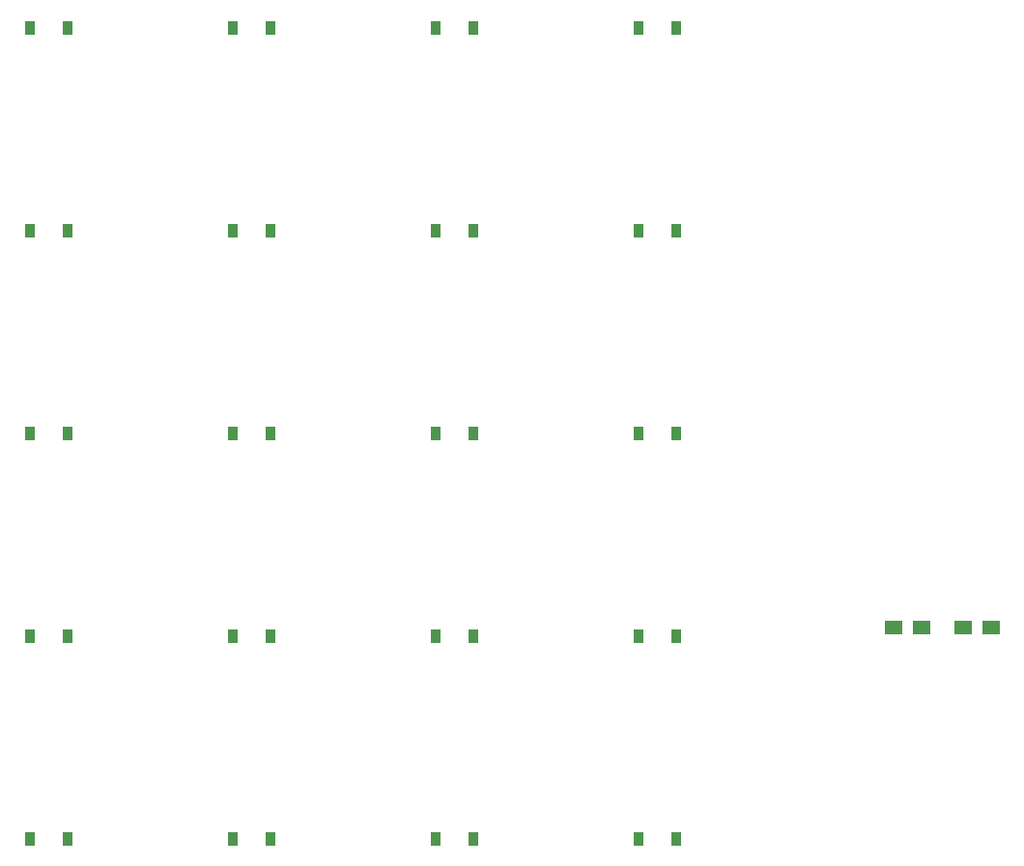
<source format=gbp>
G04 #@! TF.FileFunction,Paste,Bot*
%FSLAX46Y46*%
G04 Gerber Fmt 4.6, Leading zero omitted, Abs format (unit mm)*
G04 Created by KiCad (PCBNEW 4.0.6) date 2017 May 15, Monday 05:11:45*
%MOMM*%
%LPD*%
G01*
G04 APERTURE LIST*
%ADD10C,0.100000*%
%ADD11R,0.900000X1.200000*%
%ADD12R,1.500000X1.250000*%
G04 APERTURE END LIST*
D10*
D11*
X82295000Y-46990000D03*
X78995000Y-46990000D03*
X82295000Y-64770000D03*
X78995000Y-64770000D03*
X82295000Y-82550000D03*
X78995000Y-82550000D03*
X82295000Y-100330000D03*
X78995000Y-100330000D03*
X82295000Y-118110000D03*
X78995000Y-118110000D03*
X100075000Y-118110000D03*
X96775000Y-118110000D03*
X100075000Y-100330000D03*
X96775000Y-100330000D03*
X100075000Y-82550000D03*
X96775000Y-82550000D03*
X100075000Y-64770000D03*
X96775000Y-64770000D03*
X100075000Y-46990000D03*
X96775000Y-46990000D03*
X117855000Y-46990000D03*
X114555000Y-46990000D03*
X117855000Y-64770000D03*
X114555000Y-64770000D03*
X117855000Y-82550000D03*
X114555000Y-82550000D03*
X117855000Y-100330000D03*
X114555000Y-100330000D03*
X117855000Y-118110000D03*
X114555000Y-118110000D03*
X135635000Y-118110000D03*
X132335000Y-118110000D03*
X135635000Y-100330000D03*
X132335000Y-100330000D03*
X135635000Y-82550000D03*
X132335000Y-82550000D03*
X135635000Y-64770000D03*
X132335000Y-64770000D03*
X135635000Y-46990000D03*
X132335000Y-46990000D03*
D12*
X154706000Y-99568000D03*
X157206000Y-99568000D03*
X160782000Y-99568000D03*
X163282000Y-99568000D03*
M02*

</source>
